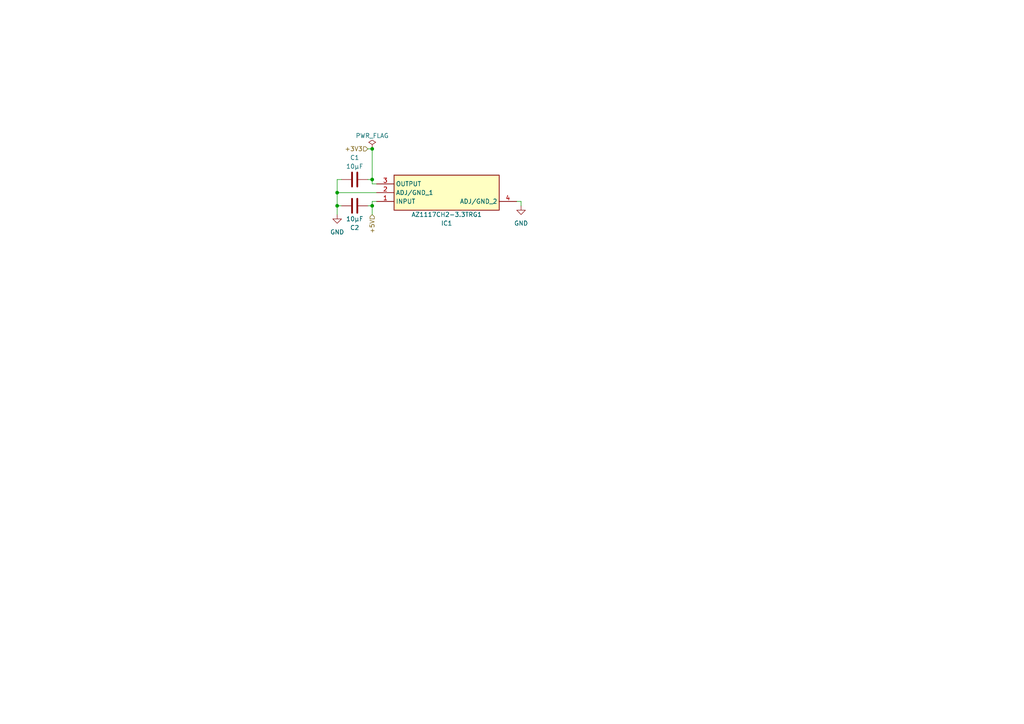
<source format=kicad_sch>
(kicad_sch (version 20230121) (generator eeschema)
  (paper "A4")
  (lib_symbols
    (symbol "AZ1117CH2-3_3TRG1:AZ1117CH2-3.3TRG1"
      (property "Reference" "IC" (at 36.83 7.62 0))
      (property "Value" "AZ1117CH2-3.3TRG1" (at 36.83 5.08 0))
      (symbol "AZ1117CH2-3.3TRG1_1_1"
        (rectangle (start 5.08 2.54) (end 35.56 -7.62) (stroke (width 0.254)) (fill (type background)))
        (pin passive line (at 0 0 0) (length 5.08) (name "INPUT") (number "1"))
        (pin passive line (at 0 -2.54 0) (length 5.08) (name "ADJ/GND_1") (number "2"))
        (pin passive line (at 0 -5.08 0) (length 5.08) (name "OUTPUT") (number "3"))
        (pin passive line (at 40.64 0 180) (length 5.08) (name "ADJ/GND_2") (number "4"))
      )
    )
    (symbol "Device:C" (pin_numbers hide) (pin_names (offset 0.254))
      (property "Reference" "C" (at 0.635 2.54 0))
      (property "Value" "C" (at 0.635 -2.54 0))
      (symbol "C_0_1"
        (polyline (pts (xy -2.032 -0.762) (xy 2.032 -0.762)) (stroke (width 0.508)))
        (polyline (pts (xy -2.032 0.762) (xy 2.032 0.762)) (stroke (width 0.508)))
      )
      (symbol "C_1_1"
        (pin passive line (at 0 3.81 270) (length 2.794) (name "~") (number "1"))
        (pin passive line (at 0 -3.81 90) (length 2.794) (name "~") (number "2"))
      )
    )
    (symbol "power:GND" (power) (pin_names (offset 0))
      (property "Value" "GND" (at 0 -3.81 0))
      (symbol "GND_0_1"
        (polyline (pts (xy 0 0) (xy 0 -1.27) (xy 1.27 -1.27) (xy 0 -2.54) (xy -1.27 -1.27) (xy 0 -1.27)))
      )
      (symbol "GND_1_1"
        (pin power_in line (at 0 0 270) (length 0) hide (name "GND") (number "1"))
      )
    )
    (symbol "power:PWR_FLAG" (power) (pin_numbers hide) (pin_names (offset 0) hide)
      (property "Value" "PWR_FLAG" (at 0 3.81 0))
      (symbol "PWR_FLAG_0_0"
        (pin power_out line (at 0 0 90) (length 0) (name "pwr") (number "1"))
      )
      (symbol "PWR_FLAG_0_1"
        (polyline (pts (xy 0 0) (xy 0 1.27) (xy -1.016 1.905) (xy 0 2.54) (xy 1.016 1.905) (xy 0 1.27)))
      )
    )
  )
  (junction (at 97.79 59.69))
  (junction (at 107.95 43.18))
  (junction (at 97.79 55.88))
  (junction (at 107.95 59.69))
  (junction (at 107.95 52.07))
  (wire (pts (xy 106.68 52.07) (xy 107.95 52.07)))
  (wire (pts (xy 107.95 62.23) (xy 107.95 59.69)))
  (wire (pts (xy 107.95 53.34) (xy 109.22 53.34)))
  (wire (pts (xy 107.95 58.42) (xy 109.22 58.42)))
  (wire (pts (xy 149.86 58.42) (xy 151.13 58.42)))
  (wire (pts (xy 97.79 55.88) (xy 97.79 59.69)))
  (wire (pts (xy 97.79 52.07) (xy 99.06 52.07)))
  (wire (pts (xy 107.95 43.18) (xy 107.95 52.07)))
  (wire (pts (xy 97.79 59.69) (xy 99.06 59.69)))
  (wire (pts (xy 106.68 59.69) (xy 107.95 59.69)))
  (wire (pts (xy 97.79 59.69) (xy 97.79 62.23)))
  (wire (pts (xy 97.79 55.88) (xy 109.22 55.88)))
  (wire (pts (xy 151.13 58.42) (xy 151.13 59.69)))
  (wire (pts (xy 97.79 52.07) (xy 97.79 55.88)))
  (wire (pts (xy 107.95 59.69) (xy 107.95 58.42)))
  (wire (pts (xy 107.95 53.34) (xy 107.95 52.07)))
  (wire (pts (xy 106.68 43.18) (xy 107.95 43.18)))
  (hierarchical_label "+3V3" (shape input) (at 106.68 43.18 180))
  (hierarchical_label "+5V" (shape input) (at 107.95 62.23 270))
  (symbol (lib_id "power:GND") (at 97.79 62.23 0) (unit 1)
    (property "Reference" "#PWR03" (effects hide))
    (property "Value" "GND" (at 97.79 67.31 0))
  )
  (symbol (lib_id "power:PWR_FLAG") (at 107.95 43.18 0) (unit 1)
    (property "Reference" "#FLG03" (effects hide))
    (property "Value" "PWR_FLAG" (at 107.95 39.37 0))
  )
  (symbol (lib_id "AZ1117CH2-3_3TRG1:AZ1117CH2-3.3TRG1") (at 109.22 58.42 0) (mirror x) (unit 1)
    (property "Reference" "IC1" (at 129.54 64.77 0))
    (property "Value" "AZ1117CH2-3.3TRG1" (at 129.54 62.23 0))
    (property "Footprint" "LIB_AZ1117CH2-3.3TRG1-KiCad:SOT230P700X180-4N" (effects hide))
    (property "Datasheet" "https://www.arrow.com/en/products/az1117ch2-3.3trg1/diodes-incorporated" (effects hide))
    (property "Height" "1.8" (effects hide))
    (property "Mouser Part Number" "621-AZ1117CH2-33TRG1" (effects hide))
    (property "Mouser Price/Stock" "https://www.mouser.co.uk/ProductDetail/Diodes-Incorporated/AZ1117CH2-3.3TRG1?qs=lQAVKuKFhkLc7jCxso2G3w%3D%3D" (effects hide))
    (property "Manufacturer_Name" "Diodes Inc." (effects hide))
    (property "Manufacturer_Part_Number" "AZ1117CH2-3.3TRG1" (effects hide))
  )
  (symbol (lib_id "Device:C") (at 102.87 59.69 90) (unit 1)
    (property "Reference" "C2" (at 102.87 66.04 90))
    (property "Value" "10μF" (at 102.87 63.5 90))
    (property "Footprint" "Capacitor_SMD:C_1206_3216Metric_Pad1.33x1.80mm_HandSolder" (effects hide))
  )
  (symbol (lib_id "Device:C") (at 102.87 52.07 270) (unit 1)
    (property "Reference" "C1" (at 102.87 45.72 90))
    (property "Value" "10μF" (at 102.87 48.26 90))
    (property "Footprint" "Capacitor_SMD:C_1206_3216Metric_Pad1.33x1.80mm_HandSolder" (effects hide))
  )
  (symbol (lib_id "power:GND") (at 151.13 59.69 0) (unit 1)
    (property "Reference" "#PWR04" (effects hide))
    (property "Value" "GND" (at 151.13 64.77 0))
  )
)
</source>
